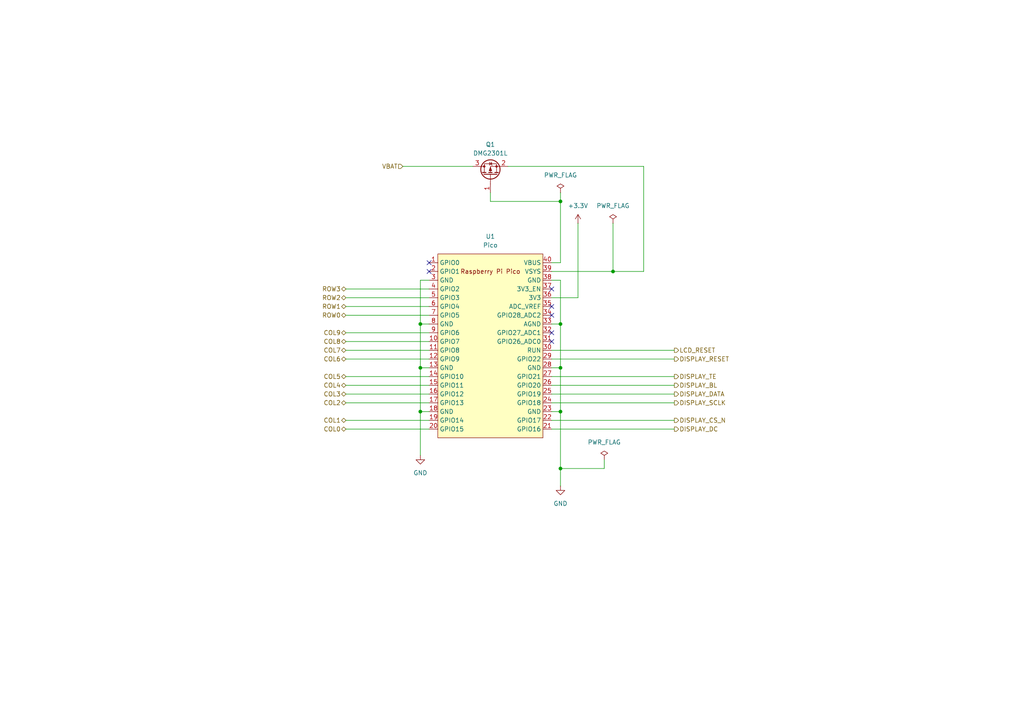
<source format=kicad_sch>
(kicad_sch (version 20231120) (generator "eeschema") (generator_version "8.0")
  (paper "A4")
  (lib_symbols
    (symbol "Transistor_FET:DMG2301L" (pin_names hide)
      (property "Reference" "Q" (at 5.08 1.905 0))
      (property "Value" "DMG2301L" (at 5.08 0 0))
      (symbol "DMG2301L_0_1"
        (polyline (pts (xy 0.254 0) (xy -2.54 0)))
        (polyline (pts (xy 0.254 1.905) (xy 0.254 -1.905)) (stroke (width 0.254)))
        (polyline (pts (xy 0.762 -1.27) (xy 0.762 -2.286)) (stroke (width 0.254)))
        (polyline (pts (xy 0.762 0.508) (xy 0.762 -0.508)) (stroke (width 0.254)))
        (polyline (pts (xy 0.762 2.286) (xy 0.762 1.27)) (stroke (width 0.254)))
        (polyline (pts (xy 2.54 2.54) (xy 2.54 1.778)))
        (polyline (pts (xy 2.54 -2.54) (xy 2.54 0) (xy 0.762 0)))
        (polyline (pts (xy 0.762 1.778) (xy 3.302 1.778) (xy 3.302 -1.778) (xy 0.762 -1.778)))
        (polyline (pts (xy 2.286 0) (xy 1.27 0.381) (xy 1.27 -0.381) (xy 2.286 0)) (fill (type outline)))
        (polyline (pts (xy 2.794 -0.508) (xy 2.921 -0.381) (xy 3.683 -0.381) (xy 3.81 -0.254)))
        (polyline (pts (xy 3.302 -0.381) (xy 2.921 0.254) (xy 3.683 0.254) (xy 3.302 -0.381)))
        (circle (center 1.651 0) (radius 2.794) (stroke (width 0.254)))
        (circle (center 2.54 -1.778) (radius 0.254) (fill (type outline)))
        (circle (center 2.54 1.778) (radius 0.254) (fill (type outline)))
      )
      (symbol "DMG2301L_1_1"
        (pin input line (at -5.08 0 0) (length 2.54) (name "G") (number "1"))
        (pin passive line (at 2.54 -5.08 90) (length 2.54) (name "S") (number "2"))
        (pin passive line (at 2.54 5.08 270) (length 2.54) (name "D") (number "3"))
      )
    )
    (symbol "my_pico:my_pico_no_dbg"
      (property "Reference" "U" (at -13.97 27.94 0))
      (property "Value" "Pico" (at 0 19.05 0))
      (symbol "my_pico_no_dbg_0_0"
        (text "Raspberry Pi Pico" (at 0 21.59 0) (effects (font (size 1.27 1.27))))
      )
      (symbol "my_pico_no_dbg_0_1"
        (rectangle (start -15.24 26.67) (end 15.24 -26.67) (fill (type background)))
      )
      (symbol "my_pico_no_dbg_1_1"
        (pin bidirectional line (at -17.78 24.13 0) (length 2.54) (name "GPIO0") (number "1"))
        (pin bidirectional line (at -17.78 1.27 0) (length 2.54) (name "GPIO7") (number "10"))
        (pin bidirectional line (at -17.78 -1.27 0) (length 2.54) (name "GPIO8") (number "11"))
        (pin bidirectional line (at -17.78 -3.81 0) (length 2.54) (name "GPIO9") (number "12"))
        (pin power_in line (at -17.78 -6.35 0) (length 2.54) (name "GND") (number "13"))
        (pin bidirectional line (at -17.78 -8.89 0) (length 2.54) (name "GPIO10") (number "14"))
        (pin bidirectional line (at -17.78 -11.43 0) (length 2.54) (name "GPIO11") (number "15"))
        (pin bidirectional line (at -17.78 -13.97 0) (length 2.54) (name "GPIO12") (number "16"))
        (pin bidirectional line (at -17.78 -16.51 0) (length 2.54) (name "GPIO13") (number "17"))
        (pin power_in line (at -17.78 -19.05 0) (length 2.54) (name "GND") (number "18"))
        (pin bidirectional line (at -17.78 -21.59 0) (length 2.54) (name "GPIO14") (number "19"))
        (pin bidirectional line (at -17.78 21.59 0) (length 2.54) (name "GPIO1") (number "2"))
        (pin bidirectional line (at -17.78 -24.13 0) (length 2.54) (name "GPIO15") (number "20"))
        (pin bidirectional line (at 17.78 -24.13 180) (length 2.54) (name "GPIO16") (number "21"))
        (pin bidirectional line (at 17.78 -21.59 180) (length 2.54) (name "GPIO17") (number "22"))
        (pin power_in line (at 17.78 -19.05 180) (length 2.54) (name "GND") (number "23"))
        (pin bidirectional line (at 17.78 -16.51 180) (length 2.54) (name "GPIO18") (number "24"))
        (pin bidirectional line (at 17.78 -13.97 180) (length 2.54) (name "GPIO19") (number "25"))
        (pin bidirectional line (at 17.78 -11.43 180) (length 2.54) (name "GPIO20") (number "26"))
        (pin bidirectional line (at 17.78 -8.89 180) (length 2.54) (name "GPIO21") (number "27"))
        (pin power_in line (at 17.78 -6.35 180) (length 2.54) (name "GND") (number "28"))
        (pin bidirectional line (at 17.78 -3.81 180) (length 2.54) (name "GPIO22") (number "29"))
        (pin power_in line (at -17.78 19.05 0) (length 2.54) (name "GND") (number "3"))
        (pin input line (at 17.78 -1.27 180) (length 2.54) (name "RUN") (number "30"))
        (pin bidirectional line (at 17.78 1.27 180) (length 2.54) (name "GPIO26_ADC0") (number "31"))
        (pin bidirectional line (at 17.78 3.81 180) (length 2.54) (name "GPIO27_ADC1") (number "32"))
        (pin power_in line (at 17.78 6.35 180) (length 2.54) (name "AGND") (number "33"))
        (pin bidirectional line (at 17.78 8.89 180) (length 2.54) (name "GPIO28_ADC2") (number "34"))
        (pin power_in line (at 17.78 11.43 180) (length 2.54) (name "ADC_VREF") (number "35"))
        (pin power_out line (at 17.78 13.97 180) (length 2.54) (name "3V3") (number "36"))
        (pin input line (at 17.78 16.51 180) (length 2.54) (name "3V3_EN") (number "37"))
        (pin power_in line (at 17.78 19.05 180) (length 2.54) (name "GND") (number "38"))
        (pin power_in line (at 17.78 21.59 180) (length 2.54) (name "VSYS") (number "39"))
        (pin bidirectional line (at -17.78 16.51 0) (length 2.54) (name "GPIO2") (number "4"))
        (pin power_in line (at 17.78 24.13 180) (length 2.54) (name "VBUS") (number "40"))
        (pin bidirectional line (at -17.78 13.97 0) (length 2.54) (name "GPIO3") (number "5"))
        (pin bidirectional line (at -17.78 11.43 0) (length 2.54) (name "GPIO4") (number "6"))
        (pin bidirectional line (at -17.78 8.89 0) (length 2.54) (name "GPIO5") (number "7"))
        (pin power_in line (at -17.78 6.35 0) (length 2.54) (name "GND") (number "8"))
        (pin bidirectional line (at -17.78 3.81 0) (length 2.54) (name "GPIO6") (number "9"))
      )
    )
    (symbol "power:+3.3V" (power) (pin_numbers hide) (pin_names (offset 0) hide)
      (property "Value" "+3.3V" (at 0 3.556 0))
      (symbol "+3.3V_0_1"
        (polyline (pts (xy -0.762 1.27) (xy 0 2.54)))
        (polyline (pts (xy 0 0) (xy 0 2.54)))
        (polyline (pts (xy 0 2.54) (xy 0.762 1.27)))
      )
      (symbol "+3.3V_1_1"
        (pin power_in line (at 0 0 90) (length 0) (name "~") (number "1"))
      )
    )
    (symbol "power:GND" (power) (pin_numbers hide) (pin_names (offset 0) hide)
      (property "Value" "GND" (at 0 -3.81 0))
      (symbol "GND_0_1"
        (polyline (pts (xy 0 0) (xy 0 -1.27) (xy 1.27 -1.27) (xy 0 -2.54) (xy -1.27 -1.27) (xy 0 -1.27)))
      )
      (symbol "GND_1_1"
        (pin power_in line (at 0 0 270) (length 0) (name "~") (number "1"))
      )
    )
    (symbol "power:PWR_FLAG" (power) (pin_numbers hide) (pin_names (offset 0) hide)
      (property "Value" "PWR_FLAG" (at 0 3.81 0))
      (symbol "PWR_FLAG_0_0"
        (pin power_out line (at 0 0 90) (length 0) (name "~") (number "1"))
      )
      (symbol "PWR_FLAG_0_1"
        (polyline (pts (xy 0 0) (xy 0 1.27) (xy -1.016 1.905) (xy 0 2.54) (xy 1.016 1.905) (xy 0 1.27)))
      )
    )
  )
  (junction (at 121.92 119.38))
  (junction (at 162.56 119.38))
  (junction (at 121.92 93.98))
  (junction (at 177.8 78.74))
  (junction (at 121.92 106.68))
  (junction (at 162.56 106.68))
  (junction (at 162.56 93.98))
  (junction (at 162.56 58.42))
  (junction (at 162.56 135.89))
  (no_connect (at 160.02 96.52))
  (no_connect (at 124.46 76.2))
  (no_connect (at 124.46 78.74))
  (no_connect (at 160.02 91.44))
  (no_connect (at 160.02 88.9))
  (no_connect (at 160.02 99.06))
  (no_connect (at 160.02 83.82))
  (wire (pts (xy 100.33 96.52) (xy 124.46 96.52)))
  (wire (pts (xy 162.56 81.28) (xy 162.56 93.98)))
  (wire (pts (xy 160.02 86.36) (xy 167.64 86.36)))
  (wire (pts (xy 121.92 119.38) (xy 124.46 119.38)))
  (wire (pts (xy 121.92 93.98) (xy 124.46 93.98)))
  (wire (pts (xy 162.56 119.38) (xy 162.56 135.89)))
  (wire (pts (xy 100.33 111.76) (xy 124.46 111.76)))
  (wire (pts (xy 100.33 88.9) (xy 124.46 88.9)))
  (wire (pts (xy 160.02 109.22) (xy 195.58 109.22)))
  (wire (pts (xy 160.02 101.6) (xy 195.58 101.6)))
  (wire (pts (xy 100.33 124.46) (xy 124.46 124.46)))
  (wire (pts (xy 177.8 64.77) (xy 177.8 78.74)))
  (wire (pts (xy 162.56 135.89) (xy 175.26 135.89)))
  (wire (pts (xy 147.32 48.26) (xy 186.69 48.26)))
  (wire (pts (xy 162.56 135.89) (xy 162.56 140.97)))
  (wire (pts (xy 100.33 109.22) (xy 124.46 109.22)))
  (wire (pts (xy 116.84 48.26) (xy 137.16 48.26)))
  (wire (pts (xy 160.02 81.28) (xy 162.56 81.28)))
  (wire (pts (xy 121.92 81.28) (xy 124.46 81.28)))
  (wire (pts (xy 121.92 106.68) (xy 121.92 119.38)))
  (wire (pts (xy 160.02 78.74) (xy 177.8 78.74)))
  (wire (pts (xy 177.8 78.74) (xy 186.69 78.74)))
  (wire (pts (xy 121.92 119.38) (xy 121.92 132.08)))
  (wire (pts (xy 100.33 104.14) (xy 124.46 104.14)))
  (wire (pts (xy 175.26 133.35) (xy 175.26 135.89)))
  (wire (pts (xy 100.33 91.44) (xy 124.46 91.44)))
  (wire (pts (xy 100.33 86.36) (xy 124.46 86.36)))
  (wire (pts (xy 160.02 121.92) (xy 195.58 121.92)))
  (wire (pts (xy 142.24 58.42) (xy 142.24 55.88)))
  (wire (pts (xy 160.02 124.46) (xy 195.58 124.46)))
  (wire (pts (xy 121.92 93.98) (xy 121.92 106.68)))
  (wire (pts (xy 160.02 114.3) (xy 195.58 114.3)))
  (wire (pts (xy 100.33 99.06) (xy 124.46 99.06)))
  (wire (pts (xy 100.33 83.82) (xy 124.46 83.82)))
  (wire (pts (xy 162.56 93.98) (xy 162.56 106.68)))
  (wire (pts (xy 160.02 104.14) (xy 195.58 104.14)))
  (wire (pts (xy 160.02 76.2) (xy 162.56 76.2)))
  (wire (pts (xy 121.92 106.68) (xy 124.46 106.68)))
  (wire (pts (xy 160.02 93.98) (xy 162.56 93.98)))
  (wire (pts (xy 160.02 106.68) (xy 162.56 106.68)))
  (wire (pts (xy 100.33 101.6) (xy 124.46 101.6)))
  (wire (pts (xy 162.56 55.88) (xy 162.56 58.42)))
  (wire (pts (xy 186.69 48.26) (xy 186.69 78.74)))
  (wire (pts (xy 162.56 58.42) (xy 142.24 58.42)))
  (wire (pts (xy 162.56 76.2) (xy 162.56 58.42)))
  (wire (pts (xy 160.02 116.84) (xy 195.58 116.84)))
  (wire (pts (xy 162.56 106.68) (xy 162.56 119.38)))
  (wire (pts (xy 160.02 111.76) (xy 195.58 111.76)))
  (wire (pts (xy 100.33 116.84) (xy 124.46 116.84)))
  (wire (pts (xy 100.33 114.3) (xy 124.46 114.3)))
  (wire (pts (xy 100.33 121.92) (xy 124.46 121.92)))
  (wire (pts (xy 160.02 119.38) (xy 162.56 119.38)))
  (wire (pts (xy 121.92 81.28) (xy 121.92 93.98)))
  (wire (pts (xy 167.64 64.77) (xy 167.64 86.36)))
  (hierarchical_label "COL2" (shape bidirectional) (at 100.33 116.84 180))
  (hierarchical_label "DISPLAY_CS_N" (shape output) (at 195.58 121.92 0))
  (hierarchical_label "DISPLAY_DATA" (shape output) (at 195.58 114.3 0))
  (hierarchical_label "COL6" (shape bidirectional) (at 100.33 104.14 180))
  (hierarchical_label "COL8" (shape bidirectional) (at 100.33 99.06 180))
  (hierarchical_label "ROW2" (shape bidirectional) (at 100.33 86.36 180))
  (hierarchical_label "DISPLAY_SCLK" (shape output) (at 195.58 116.84 0))
  (hierarchical_label "COL5" (shape bidirectional) (at 100.33 109.22 180))
  (hierarchical_label "DISPLAY_DC" (shape output) (at 195.58 124.46 0))
  (hierarchical_label "COL3" (shape bidirectional) (at 100.33 114.3 180))
  (hierarchical_label "COL0" (shape bidirectional) (at 100.33 124.46 180))
  (hierarchical_label "COL9" (shape bidirectional) (at 100.33 96.52 180))
  (hierarchical_label "COL7" (shape bidirectional) (at 100.33 101.6 180))
  (hierarchical_label "COL1" (shape bidirectional) (at 100.33 121.92 180))
  (hierarchical_label "VBAT" (shape input) (at 116.84 48.26 180))
  (hierarchical_label "DISPLAY_TE" (shape output) (at 195.58 109.22 0))
  (hierarchical_label "ROW3" (shape bidirectional) (at 100.33 83.82 180))
  (hierarchical_label "ROW1" (shape bidirectional) (at 100.33 88.9 180))
  (hierarchical_label "DISPLAY_BL" (shape output) (at 195.58 111.76 0))
  (hierarchical_label "ROW0" (shape bidirectional) (at 100.33 91.44 180))
  (hierarchical_label "COL4" (shape bidirectional) (at 100.33 111.76 180))
  (hierarchical_label "DISPLAY_RESET" (shape output) (at 195.58 104.14 0))
  (hierarchical_label "LCD_RESET" (shape output) (at 195.58 101.6 0))
  (symbol (lib_id "power:GND") (at 121.92 132.08 0) (unit 1)
    (property "Reference" "#PWR07" (effects (hide yes)))
    (property "Value" "GND" (at 121.92 137.16 0))
    (property "Description" "Power symbol creates a global label with name \"GND\" , ground" (effects (hide yes)))
  )
  (symbol (lib_id "power:GND") (at 162.56 140.97 0) (unit 1)
    (property "Reference" "#PWR09" (effects (hide yes)))
    (property "Value" "GND" (at 162.56 146.05 0))
    (property "Description" "Power symbol creates a global label with name \"GND\" , ground" (effects (hide yes)))
  )
  (symbol (lib_id "power:+3.3V") (at 167.64 64.77 0) (unit 1)
    (property "Reference" "#PWR05" (effects (hide yes)))
    (property "Value" "+3.3V" (at 167.64 59.69 0))
    (property "Description" "Power symbol creates a global label with name \"+3.3V\"" (effects (hide yes)))
  )
  (symbol (lib_id "my_pico:my_pico_no_dbg") (at 142.24 100.33 0) (unit 1)
    (property "Reference" "U1" (at 142.24 68.58 0))
    (property "Value" "Pico" (at 142.24 71.12 0))
    (property "Footprint" "my_pico:pico_no_dbg_smd_th_p0.85" (effects (hide yes)))
  )
  (symbol (lib_id "power:PWR_FLAG") (at 175.26 133.35 0) (unit 1)
    (property "Reference" "#FLG03" (effects (hide yes)))
    (property "Value" "PWR_FLAG" (at 175.26 128.27 0))
    (property "Description" "Special symbol for telling ERC where power comes from" (effects (hide yes)))
  )
  (symbol (lib_id "power:PWR_FLAG") (at 162.56 55.88 0) (unit 1)
    (property "Reference" "#FLG01" (effects (hide yes)))
    (property "Value" "PWR_FLAG" (at 162.56 50.8 0))
    (property "Description" "Special symbol for telling ERC where power comes from" (effects (hide yes)))
  )
  (symbol (lib_id "power:PWR_FLAG") (at 177.8 64.77 0) (unit 1)
    (property "Reference" "#FLG02" (effects (hide yes)))
    (property "Value" "PWR_FLAG" (at 177.8 59.69 0))
    (property "Description" "Special symbol for telling ERC where power comes from" (effects (hide yes)))
  )
  (symbol (lib_id "Transistor_FET:DMG2301L") (at 142.24 50.8 90) (unit 1)
    (property "Reference" "Q1" (at 142.24 41.91 90))
    (property "Value" "DMG2301L" (at 142.24 44.45 90))
    (property "Footprint" "Package_TO_SOT_SMD:SOT-23" (effects (hide yes)))
    (property "Datasheet" "https://www.diodes.com/assets/Datasheets/DMG2301L.pdf" (effects (hide yes)))
    (property "Description" "-3A Id, -20V Vds, P-Channel MOSFET, SOT-23" (effects (hide yes)))
  )
)
</source>
